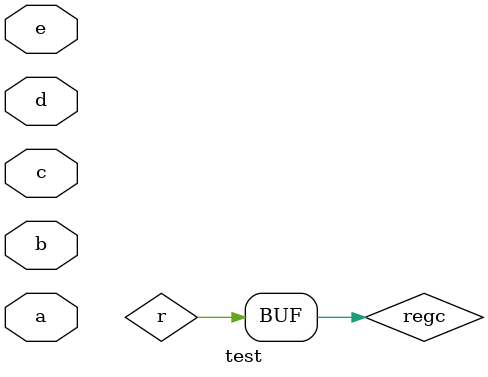
<source format=v>
/*
 * Copyright 2025 ISP RAS (http://www.ispras.ru)
 *
 * Licensed under the Apache License, Version 2.0 (the "License");
 * you may not use this file except in compliance with the License.
 * You may obtain a copy of the License at
 *
 *     http://www.apache.org/licenses/LICENSE-2.0
 *
 * Unless required by applicable law or agreed to in writing, software
 * distributed under the License is distributed on an "AS IS" BASIS,
 * WITHOUT WARRANTIES OR CONDITIONS OF ANY KIND, either express or implied.
 * See the License for the specific language governing permissions and
 * limitations under the License.
 */

// IEEE Std 1364-2005
//   9. Behavioral modeling
//     9.7 Procedural timing controls
//       9.7.4 Event or operator
//         The following example show the use of the comma (,) as an event logical or operator.

module test(a, b, c, d, e);

  input a, b, c, d, e;
  reg r, regc;

  always @(a or b, c, d or e) begin
    r = regc;
  end
endmodule

</source>
